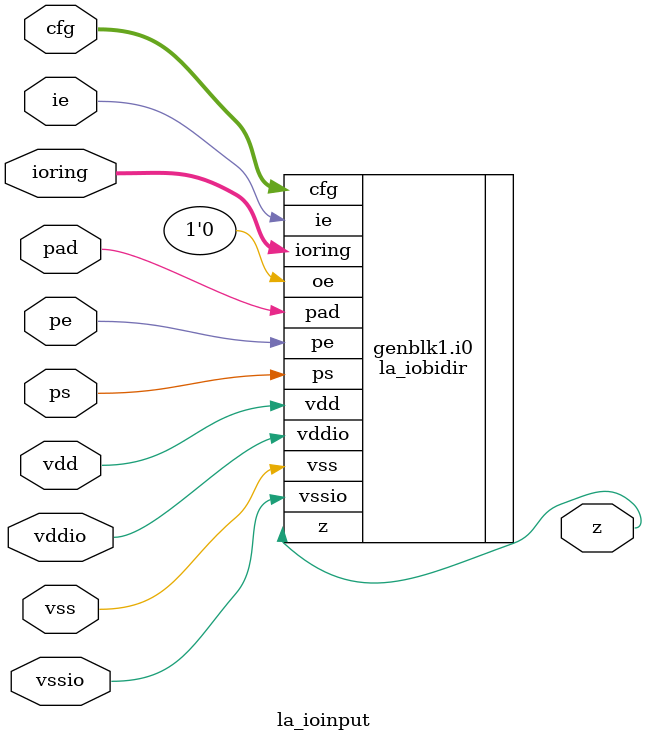
<source format=v>
/*****************************************************************************
 * Function: IO bi-directional buffer
 * Copyright: Lambda Project Authors. All rights Reserved.
 * License:  MIT (see LICENSE file in Lambda repository)
 *
 * Docs:
 *
 * This is a generic cell that defines the standard interface of the lambda
 * bidrectional buffer cell. It is only suitable for FPGA synthesis.
 *
 * ASIC specific libraries will need to use the TYPE field to select an
 * appropriate hardcoded physical cell based on the the process constraints
 * and library composition. For example, modern nodes will usually have
 * different IP cells for the placing cells vvertically or horizontally.
 *
 ****************************************************************************/
module la_ioinput #(
    parameter PROP  = "DEFAULT",  // cell type
    parameter SIDE  = "NO",       // "NO", "SO", "EA", "WE"
    parameter CFGW  = 16,         // width of core config bus
    parameter RINGW = 8           // width of io ring
) (  // io pad signals
    inout              pad,     // bidirectional pad signal
    inout              vdd,     // core supply
    inout              vss,     // core ground
    inout              vddio,   // io supply
    inout              vssio,   // io ground
    // core facing signals
    output             z,       // output to core
    input              ie,      // input enable, 1 = active
    input              pe,      // pull enable, 1 = enable
    input              ps,      // pull select, 1 = pullup, 0 = pulldown
    inout  [RINGW-1:0] ioring,  // generic io-ring interface
    input  [ CFGW-1:0] cfg      // generic config interface
);

  if (PROP=="FIXED") begin
    la_iobidir #(
        .PROP (PROP),
        .SIDE (SIDE),
        .CFGW (CFGW),
        .RINGW(RINGW)
    ) i0 (
        .pad(pad),
        .vdd(vdd),
        .vss(vss),
        .vddio(vddio),
        .vssio(vssio),
        .z(z),
        .ie(1'b1),
        .oe(1'b0),
        .pe(1'b1),
        .ps(1'b0),
        .ioring(ioring),
        .cfg(cfg)
    );
  end
  else begin
    la_iobidir #(
        .PROP (PROP),
        .SIDE (SIDE),
        .CFGW (CFGW),
        .RINGW(RINGW)
    ) i0 (
        .pad(pad),
        .vdd(vdd),
        .vss(vss),
        .vddio(vddio),
        .vssio(vssio),
        .z(z),
        .ie(ie),
        .oe(1'b0),
        .pe(pe),
        .ps(ps),
        .ioring(ioring),
        .cfg(cfg)
    );
  end

endmodule

</source>
